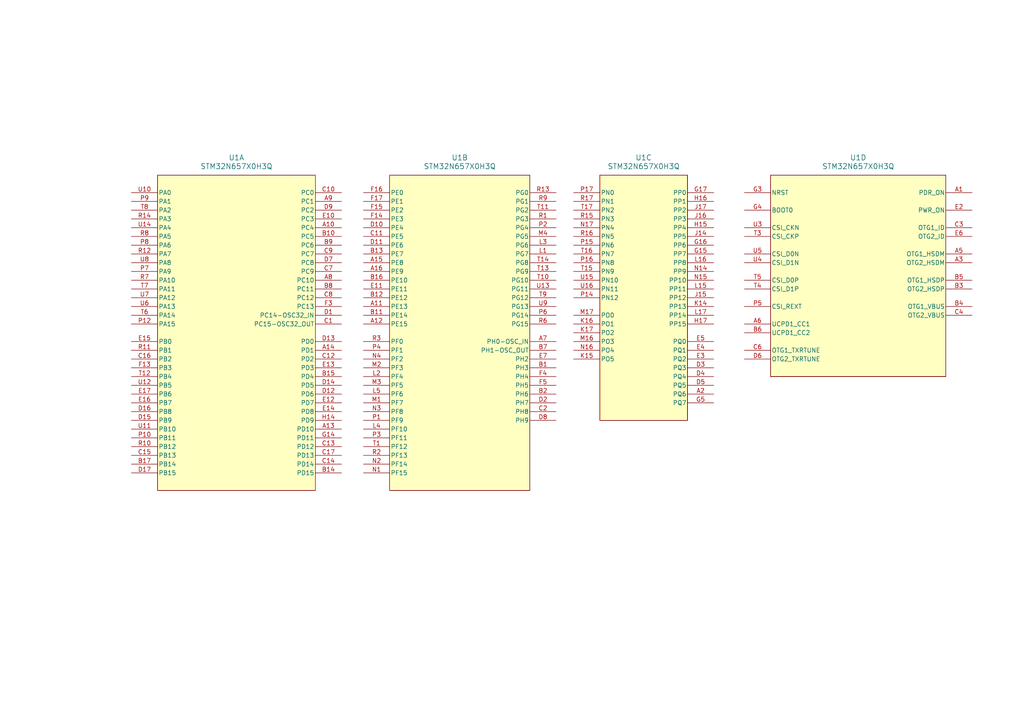
<source format=kicad_sch>
(kicad_sch (version 20250114) (generator "eeschema") (generator_version "9.0")
  (paper "A4")
  (lib_symbols
    (symbol "ecocad_lib_symbols:STM32N657X0H3Q" (pin_names (offset 0.254))
      (property "Reference" "U" (at 30.48 10.16 0))
      (property "Value" "STM32N657X0H3Q" (at 30.48 7.62 0))
      (symbol "STM32N657X0H3Q_1_1"
        (polyline (pts (xy 7.62 5.08) (xy 7.62 -86.36)))
        (rectangle (start 7.62 5.08) (end 53.34 -86.36) (fill (type background)))
        (polyline (pts (xy 7.62 -86.36) (xy 53.34 -86.36)))
        (polyline (pts (xy 53.34 5.08) (xy 7.62 5.08)))
        (polyline (pts (xy 53.34 -86.36) (xy 53.34 5.08)) (fill (type background)))
        (pin bidirectional line (at 0 0 0) (length 7.62) (name "PA0") (number "U10"))
        (pin bidirectional line (at 0 -2.54 0) (length 7.62) (name "PA1") (number "P9"))
        (pin bidirectional line (at 0 -5.08 0) (length 7.62) (name "PA2") (number "T8"))
        (pin bidirectional line (at 0 -7.62 0) (length 7.62) (name "PA3") (number "R14"))
        (pin bidirectional line (at 0 -10.16 0) (length 7.62) (name "PA4") (number "U14"))
        (pin bidirectional line (at 0 -12.7 0) (length 7.62) (name "PA5") (number "R8"))
        (pin bidirectional line (at 0 -15.24 0) (length 7.62) (name "PA6") (number "P8"))
        (pin bidirectional line (at 0 -17.78 0) (length 7.62) (name "PA7") (number "R12"))
        (pin bidirectional line (at 0 -20.32 0) (length 7.62) (name "PA8") (number "U8"))
        (pin bidirectional line (at 0 -22.86 0) (length 7.62) (name "PA9") (number "P7"))
        (pin bidirectional line (at 0 -25.4 0) (length 7.62) (name "PA10") (number "R7"))
        (pin bidirectional line (at 0 -27.94 0) (length 7.62) (name "PA11") (number "T7"))
        (pin bidirectional line (at 0 -30.48 0) (length 7.62) (name "PA12") (number "U7"))
        (pin bidirectional line (at 0 -33.02 0) (length 7.62) (name "PA13") (number "U6"))
        (pin bidirectional line (at 0 -35.56 0) (length 7.62) (name "PA14") (number "T6"))
        (pin bidirectional line (at 0 -38.1 0) (length 7.62) (name "PA15") (number "P12"))
        (pin bidirectional line (at 0 -43.18 0) (length 7.62) (name "PB0") (number "E15"))
        (pin bidirectional line (at 0 -45.72 0) (length 7.62) (name "PB1") (number "R11"))
        (pin bidirectional line (at 0 -48.26 0) (length 7.62) (name "PB2") (number "C16"))
        (pin bidirectional line (at 0 -50.8 0) (length 7.62) (name "PB3") (number "F13"))
        (pin bidirectional line (at 0 -53.34 0) (length 7.62) (name "PB4") (number "T12"))
        (pin bidirectional line (at 0 -55.88 0) (length 7.62) (name "PB5") (number "U12"))
        (pin bidirectional line (at 0 -58.42 0) (length 7.62) (name "PB6") (number "E17"))
        (pin bidirectional line (at 0 -60.96 0) (length 7.62) (name "PB7") (number "E16"))
        (pin bidirectional line (at 0 -63.5 0) (length 7.62) (name "PB8") (number "D16"))
        (pin bidirectional line (at 0 -66.04 0) (length 7.62) (name "PB9") (number "D15"))
        (pin bidirectional line (at 0 -68.58 0) (length 7.62) (name "PB10") (number "U11"))
        (pin bidirectional line (at 0 -71.12 0) (length 7.62) (name "PB11") (number "P10"))
        (pin bidirectional line (at 0 -73.66 0) (length 7.62) (name "PB12") (number "R10"))
        (pin bidirectional line (at 0 -76.2 0) (length 7.62) (name "PB13") (number "C15"))
        (pin bidirectional line (at 0 -78.74 0) (length 7.62) (name "PB14") (number "B17"))
        (pin bidirectional line (at 0 -81.28 0) (length 7.62) (name "PB15") (number "D17"))
        (pin bidirectional line (at 60.96 0 180) (length 7.62) (name "PC0") (number "C10"))
        (pin bidirectional line (at 60.96 -2.54 180) (length 7.62) (name "PC1") (number "A9"))
        (pin bidirectional line (at 60.96 -5.08 180) (length 7.62) (name "PC2") (number "D9"))
        (pin bidirectional line (at 60.96 -7.62 180) (length 7.62) (name "PC3") (number "E10"))
        (pin bidirectional line (at 60.96 -10.16 180) (length 7.62) (name "PC4") (number "A10"))
        (pin bidirectional line (at 60.96 -12.7 180) (length 7.62) (name "PC5") (number "B10"))
        (pin bidirectional line (at 60.96 -15.24 180) (length 7.62) (name "PC6") (number "B9"))
        (pin bidirectional line (at 60.96 -17.78 180) (length 7.62) (name "PC7") (number "C9"))
        (pin bidirectional line (at 60.96 -20.32 180) (length 7.62) (name "PC8") (number "D7"))
        (pin bidirectional line (at 60.96 -22.86 180) (length 7.62) (name "PC9") (number "C7"))
        (pin bidirectional line (at 60.96 -25.4 180) (length 7.62) (name "PC10") (number "A8"))
        (pin bidirectional line (at 60.96 -27.94 180) (length 7.62) (name "PC11") (number "B8"))
        (pin bidirectional line (at 60.96 -30.48 180) (length 7.62) (name "PC12") (number "C8"))
        (pin bidirectional line (at 60.96 -33.02 180) (length 7.62) (name "PC13") (number "F3"))
        (pin bidirectional line (at 60.96 -35.56 180) (length 7.62) (name "PC14-OSC32_IN") (number "D1"))
        (pin bidirectional line (at 60.96 -38.1 180) (length 7.62) (name "PC15-OSC32_OUT") (number "C1"))
        (pin bidirectional line (at 60.96 -43.18 180) (length 7.62) (name "PD0") (number "D13"))
        (pin bidirectional line (at 60.96 -45.72 180) (length 7.62) (name "PD1") (number "A14"))
        (pin bidirectional line (at 60.96 -48.26 180) (length 7.62) (name "PD2") (number "C12"))
        (pin bidirectional line (at 60.96 -50.8 180) (length 7.62) (name "PD3") (number "E13"))
        (pin bidirectional line (at 60.96 -53.34 180) (length 7.62) (name "PD4") (number "B15"))
        (pin bidirectional line (at 60.96 -55.88 180) (length 7.62) (name "PD5") (number "D14"))
        (pin bidirectional line (at 60.96 -58.42 180) (length 7.62) (name "PD6") (number "D12"))
        (pin bidirectional line (at 60.96 -60.96 180) (length 7.62) (name "PD7") (number "E12"))
        (pin bidirectional line (at 60.96 -63.5 180) (length 7.62) (name "PD8") (number "E14"))
        (pin bidirectional line (at 60.96 -66.04 180) (length 7.62) (name "PD9") (number "H14"))
        (pin bidirectional line (at 60.96 -68.58 180) (length 7.62) (name "PD10") (number "A13"))
        (pin bidirectional line (at 60.96 -71.12 180) (length 7.62) (name "PD11") (number "G14"))
        (pin bidirectional line (at 60.96 -73.66 180) (length 7.62) (name "PD12") (number "C13"))
        (pin bidirectional line (at 60.96 -76.2 180) (length 7.62) (name "PD13") (number "C17"))
        (pin bidirectional line (at 60.96 -78.74 180) (length 7.62) (name "PD14") (number "C14"))
        (pin bidirectional line (at 60.96 -81.28 180) (length 7.62) (name "PD15") (number "B14"))
      )
      (symbol "STM32N657X0H3Q_2_1"
        (polyline (pts (xy 7.62 5.08) (xy 7.62 -86.36)))
        (rectangle (start 7.62 5.08) (end 48.26 -86.36) (fill (type background)))
        (polyline (pts (xy 7.62 -86.36) (xy 48.26 -86.36)))
        (polyline (pts (xy 48.26 5.08) (xy 7.62 5.08)))
        (polyline (pts (xy 48.26 -86.36) (xy 48.26 5.08)) (fill (type background)))
        (pin bidirectional line (at 0 0 0) (length 7.62) (name "PE0") (number "F16"))
        (pin bidirectional line (at 0 -2.54 0) (length 7.62) (name "PE1") (number "F17"))
        (pin bidirectional line (at 0 -5.08 0) (length 7.62) (name "PE2") (number "F15"))
        (pin bidirectional line (at 0 -7.62 0) (length 7.62) (name "PE3") (number "F14"))
        (pin bidirectional line (at 0 -10.16 0) (length 7.62) (name "PE4") (number "D10"))
        (pin bidirectional line (at 0 -12.7 0) (length 7.62) (name "PE5") (number "C11"))
        (pin bidirectional line (at 0 -15.24 0) (length 7.62) (name "PE6") (number "D11"))
        (pin bidirectional line (at 0 -17.78 0) (length 7.62) (name "PE7") (number "B13"))
        (pin bidirectional line (at 0 -20.32 0) (length 7.62) (name "PE8") (number "A15"))
        (pin bidirectional line (at 0 -22.86 0) (length 7.62) (name "PE9") (number "A16"))
        (pin bidirectional line (at 0 -25.4 0) (length 7.62) (name "PE10") (number "B16"))
        (pin bidirectional line (at 0 -27.94 0) (length 7.62) (name "PE11") (number "E11"))
        (pin bidirectional line (at 0 -30.48 0) (length 7.62) (name "PE12") (number "B12"))
        (pin bidirectional line (at 0 -33.02 0) (length 7.62) (name "PE13") (number "A11"))
        (pin bidirectional line (at 0 -35.56 0) (length 7.62) (name "PE14") (number "B11"))
        (pin bidirectional line (at 0 -38.1 0) (length 7.62) (name "PE15") (number "A12"))
        (pin bidirectional line (at 0 -43.18 0) (length 7.62) (name "PF0") (number "R3"))
        (pin bidirectional line (at 0 -45.72 0) (length 7.62) (name "PF1") (number "P4"))
        (pin bidirectional line (at 0 -48.26 0) (length 7.62) (name "PF2") (number "N4"))
        (pin bidirectional line (at 0 -50.8 0) (length 7.62) (name "PF3") (number "M2"))
        (pin bidirectional line (at 0 -53.34 0) (length 7.62) (name "PF4") (number "L2"))
        (pin bidirectional line (at 0 -55.88 0) (length 7.62) (name "PF5") (number "M3"))
        (pin bidirectional line (at 0 -58.42 0) (length 7.62) (name "PF6") (number "L5"))
        (pin bidirectional line (at 0 -60.96 0) (length 7.62) (name "PF7") (number "M1"))
        (pin bidirectional line (at 0 -63.5 0) (length 7.62) (name "PF8") (number "N3"))
        (pin bidirectional line (at 0 -66.04 0) (length 7.62) (name "PF9") (number "P1"))
        (pin bidirectional line (at 0 -68.58 0) (length 7.62) (name "PF10") (number "L4"))
        (pin bidirectional line (at 0 -71.12 0) (length 7.62) (name "PF11") (number "P3"))
        (pin bidirectional line (at 0 -73.66 0) (length 7.62) (name "PF12") (number "T1"))
        (pin bidirectional line (at 0 -76.2 0) (length 7.62) (name "PF13") (number "R2"))
        (pin bidirectional line (at 0 -78.74 0) (length 7.62) (name "PF14") (number "N2"))
        (pin bidirectional line (at 0 -81.28 0) (length 7.62) (name "PF15") (number "N1"))
        (pin bidirectional line (at 55.88 0 180) (length 7.62) (name "PG0") (number "R13"))
        (pin bidirectional line (at 55.88 -2.54 180) (length 7.62) (name "PG1") (number "R9"))
        (pin bidirectional line (at 55.88 -5.08 180) (length 7.62) (name "PG2") (number "T11"))
        (pin bidirectional line (at 55.88 -7.62 180) (length 7.62) (name "PG3") (number "R1"))
        (pin bidirectional line (at 55.88 -10.16 180) (length 7.62) (name "PG4") (number "P2"))
        (pin bidirectional line (at 55.88 -12.7 180) (length 7.62) (name "PG5") (number "M4"))
        (pin bidirectional line (at 55.88 -15.24 180) (length 7.62) (name "PG6") (number "L3"))
        (pin bidirectional line (at 55.88 -17.78 180) (length 7.62) (name "PG7") (number "L1"))
        (pin bidirectional line (at 55.88 -20.32 180) (length 7.62) (name "PG8") (number "T14"))
        (pin bidirectional line (at 55.88 -22.86 180) (length 7.62) (name "PG9") (number "T13"))
        (pin bidirectional line (at 55.88 -25.4 180) (length 7.62) (name "PG10") (number "T10"))
        (pin bidirectional line (at 55.88 -27.94 180) (length 7.62) (name "PG11") (number "U13"))
        (pin bidirectional line (at 55.88 -30.48 180) (length 7.62) (name "PG12") (number "T9"))
        (pin bidirectional line (at 55.88 -33.02 180) (length 7.62) (name "PG13") (number "U9"))
        (pin bidirectional line (at 55.88 -35.56 180) (length 7.62) (name "PG14") (number "P6"))
        (pin bidirectional line (at 55.88 -38.1 180) (length 7.62) (name "PG15") (number "R6"))
        (pin bidirectional line (at 55.88 -43.18 180) (length 7.62) (name "PH0-OSC_IN") (number "A7"))
        (pin bidirectional line (at 55.88 -45.72 180) (length 7.62) (name "PH1-OSC_OUT") (number "B7"))
        (pin bidirectional line (at 55.88 -48.26 180) (length 7.62) (name "PH2") (number "E7"))
        (pin bidirectional line (at 55.88 -50.8 180) (length 7.62) (name "PH3") (number "B1"))
        (pin bidirectional line (at 55.88 -53.34 180) (length 7.62) (name "PH4") (number "F4"))
        (pin bidirectional line (at 55.88 -55.88 180) (length 7.62) (name "PH5") (number "F5"))
        (pin bidirectional line (at 55.88 -58.42 180) (length 7.62) (name "PH6") (number "B2"))
        (pin bidirectional line (at 55.88 -60.96 180) (length 7.62) (name "PH7") (number "D2"))
        (pin bidirectional line (at 55.88 -63.5 180) (length 7.62) (name "PH8") (number "C2"))
        (pin bidirectional line (at 55.88 -66.04 180) (length 7.62) (name "PH9") (number "D8"))
      )
      (symbol "STM32N657X0H3Q_3_1"
        (polyline (pts (xy 7.62 5.08) (xy 7.62 -66.04)))
        (rectangle (start 7.62 5.08) (end 33.02 -66.04) (fill (type background)))
        (polyline (pts (xy 7.62 -66.04) (xy 33.02 -66.04)))
        (polyline (pts (xy 33.02 5.08) (xy 7.62 5.08)))
        (polyline (pts (xy 33.02 -66.04) (xy 33.02 5.08)) (fill (type background)))
        (pin bidirectional line (at 0 0 0) (length 7.62) (name "PN0") (number "P17"))
        (pin bidirectional line (at 0 -2.54 0) (length 7.62) (name "PN1") (number "R17"))
        (pin bidirectional line (at 0 -5.08 0) (length 7.62) (name "PN2") (number "T17"))
        (pin bidirectional line (at 0 -7.62 0) (length 7.62) (name "PN3") (number "R15"))
        (pin bidirectional line (at 0 -10.16 0) (length 7.62) (name "PN4") (number "N17"))
        (pin bidirectional line (at 0 -12.7 0) (length 7.62) (name "PN5") (number "R16"))
        (pin bidirectional line (at 0 -15.24 0) (length 7.62) (name "PN6") (number "P15"))
        (pin bidirectional line (at 0 -17.78 0) (length 7.62) (name "PN7") (number "T16"))
        (pin bidirectional line (at 0 -20.32 0) (length 7.62) (name "PN8") (number "P16"))
        (pin bidirectional line (at 0 -22.86 0) (length 7.62) (name "PN9") (number "T15"))
        (pin bidirectional line (at 0 -25.4 0) (length 7.62) (name "PN10") (number "U15"))
        (pin bidirectional line (at 0 -27.94 0) (length 7.62) (name "PN11") (number "U16"))
        (pin bidirectional line (at 0 -30.48 0) (length 7.62) (name "PN12") (number "P14"))
        (pin bidirectional line (at 0 -35.56 0) (length 7.62) (name "PO0") (number "M17"))
        (pin bidirectional line (at 0 -38.1 0) (length 7.62) (name "PO1") (number "K16"))
        (pin bidirectional line (at 0 -40.64 0) (length 7.62) (name "PO2") (number "K17"))
        (pin bidirectional line (at 0 -43.18 0) (length 7.62) (name "PO3") (number "M16"))
        (pin bidirectional line (at 0 -45.72 0) (length 7.62) (name "PO4") (number "N16"))
        (pin bidirectional line (at 0 -48.26 0) (length 7.62) (name "PO5") (number "K15"))
        (pin bidirectional line (at 40.64 0 180) (length 7.62) (name "PP0") (number "G17"))
        (pin bidirectional line (at 40.64 -2.54 180) (length 7.62) (name "PP1") (number "H16"))
        (pin bidirectional line (at 40.64 -5.08 180) (length 7.62) (name "PP2") (number "J17"))
        (pin bidirectional line (at 40.64 -7.62 180) (length 7.62) (name "PP3") (number "J16"))
        (pin bidirectional line (at 40.64 -10.16 180) (length 7.62) (name "PP4") (number "H15"))
        (pin bidirectional line (at 40.64 -12.7 180) (length 7.62) (name "PP5") (number "J14"))
        (pin bidirectional line (at 40.64 -15.24 180) (length 7.62) (name "PP6") (number "G16"))
        (pin bidirectional line (at 40.64 -17.78 180) (length 7.62) (name "PP7") (number "G15"))
        (pin bidirectional line (at 40.64 -20.32 180) (length 7.62) (name "PP8") (number "L16"))
        (pin bidirectional line (at 40.64 -22.86 180) (length 7.62) (name "PP9") (number "N14"))
        (pin bidirectional line (at 40.64 -25.4 180) (length 7.62) (name "PP10") (number "N15"))
        (pin bidirectional line (at 40.64 -27.94 180) (length 7.62) (name "PP11") (number "L15"))
        (pin bidirectional line (at 40.64 -30.48 180) (length 7.62) (name "PP12") (number "J15"))
        (pin bidirectional line (at 40.64 -33.02 180) (length 7.62) (name "PP13") (number "K14"))
        (pin bidirectional line (at 40.64 -35.56 180) (length 7.62) (name "PP14") (number "L17"))
        (pin bidirectional line (at 40.64 -38.1 180) (length 7.62) (name "PP15") (number "H17"))
        (pin bidirectional line (at 40.64 -43.18 180) (length 7.62) (name "PQ0") (number "E5"))
        (pin bidirectional line (at 40.64 -45.72 180) (length 7.62) (name "PQ1") (number "E4"))
        (pin bidirectional line (at 40.64 -48.26 180) (length 7.62) (name "PQ2") (number "E3"))
        (pin bidirectional line (at 40.64 -50.8 180) (length 7.62) (name "PQ3") (number "D3"))
        (pin bidirectional line (at 40.64 -53.34 180) (length 7.62) (name "PQ4") (number "D4"))
        (pin bidirectional line (at 40.64 -55.88 180) (length 7.62) (name "PQ5") (number "D5"))
        (pin bidirectional line (at 40.64 -58.42 180) (length 7.62) (name "PQ6") (number "A2"))
        (pin bidirectional line (at 40.64 -60.96 180) (length 7.62) (name "PQ7") (number "G5"))
      )
      (symbol "STM32N657X0H3Q_4_1"
        (polyline (pts (xy 7.62 5.08) (xy 7.62 -53.34)))
        (rectangle (start 7.62 5.08) (end 58.42 -53.34) (fill (type background)))
        (polyline (pts (xy 7.62 -53.34) (xy 58.42 -53.34)))
        (polyline (pts (xy 58.42 5.08) (xy 7.62 5.08)))
        (polyline (pts (xy 58.42 -53.34) (xy 58.42 5.08)) (fill (type background)))
        (pin input line (at 0 0 0) (length 7.62) (name "NRST") (number "G3"))
        (pin input line (at 0 -5.08 0) (length 7.62) (name "BOOT0") (number "G4"))
        (pin input line (at 0 -10.16 0) (length 7.62) (name "CSI_CKN") (number "U3"))
        (pin input line (at 0 -12.7 0) (length 7.62) (name "CSI_CKP") (number "T3"))
        (pin input line (at 0 -17.78 0) (length 7.62) (name "CSI_D0N") (number "U5"))
        (pin input line (at 0 -20.32 0) (length 7.62) (name "CSI_D1N") (number "U4"))
        (pin input line (at 0 -25.4 0) (length 7.62) (name "CSI_D0P") (number "T5"))
        (pin input line (at 0 -27.94 0) (length 7.62) (name "CSI_D1P") (number "T4"))
        (pin bidirectional line (at 0 -33.02 0) (length 7.62) (name "CSI_REXT") (number "P5"))
        (pin bidirectional line (at 0 -38.1 0) (length 7.62) (name "UCPD1_CC1") (number "A6"))
        (pin bidirectional line (at 0 -40.64 0) (length 7.62) (name "UCPD1_CC2") (number "B6"))
        (pin bidirectional line (at 0 -45.72 0) (length 7.62) (name "OTG1_TXRTUNE") (number "C6"))
        (pin bidirectional line (at 0 -48.26 0) (length 7.62) (name "OTG2_TXRTUNE") (number "D6"))
        (pin input line (at 66.04 0 180) (length 7.62) (name "PDR_ON") (number "A1"))
        (pin input line (at 66.04 -5.08 180) (length 7.62) (name "PWR_ON") (number "E2"))
        (pin bidirectional line (at 66.04 -10.16 180) (length 7.62) (name "OTG1_ID") (number "C3"))
        (pin bidirectional line (at 66.04 -12.7 180) (length 7.62) (name "OTG2_ID") (number "E6"))
        (pin bidirectional line (at 66.04 -17.78 180) (length 7.62) (name "OTG1_HSDM") (number "A5"))
        (pin bidirectional line (at 66.04 -20.32 180) (length 7.62) (name "OTG2_HSDM") (number "A3"))
        (pin bidirectional line (at 66.04 -25.4 180) (length 7.62) (name "OTG1_HSDP") (number "B5"))
        (pin bidirectional line (at 66.04 -27.94 180) (length 7.62) (name "OTG2_HSDP") (number "B3"))
        (pin bidirectional line (at 66.04 -33.02 180) (length 7.62) (name "OTG1_VBUS") (number "B4"))
        (pin bidirectional line (at 66.04 -35.56 180) (length 7.62) (name "OTG2_VBUS") (number "C4"))
      )
      (symbol "STM32N657X0H3Q_5_1"
        (polyline (pts (xy 7.62 5.08) (xy 7.62 -129.54)))
        (rectangle (start 7.62 5.08) (end 48.26 -129.54) (fill (type background)))
        (polyline (pts (xy 7.62 -129.54) (xy 48.26 -129.54)))
        (polyline (pts (xy 48.26 5.08) (xy 7.62 5.08)))
        (polyline (pts (xy 48.26 -129.54) (xy 48.26 5.08)) (fill (type background)))
        (pin power_in line (at 0 0 0) (length 7.62) (name "VSS") (number "A17"))
        (pin power_in line (at 0 -2.54 0) (length 7.62) (name "VSS") (number "F7"))
        (pin power_in line (at 0 -5.08 0) (length 7.62) (name "VSS") (number "F10"))
        (pin power_in line (at 0 -7.62 0) (length 7.62) (name "VSS") (number "F11"))
        (pin power_in line (at 0 -10.16 0) (length 7.62) (name "VSS") (number "F12"))
        (pin power_in line (at 0 -12.7 0) (length 7.62) (name "VSS") (number "M8"))
        (pin power_in line (at 0 -15.24 0) (length 7.62) (name "VSS") (number "M10"))
        (pin power_in line (at 0 -17.78 0) (length 7.62) (name "VSS") (number "M12"))
        (pin power_in line (at 0 -20.32 0) (length 7.62) (name "VSS") (number "G12"))
        (pin power_in line (at 0 -22.86 0) (length 7.62) (name "VSS") (number "K12"))
        (pin power_in line (at 0 -25.4 0) (length 7.62) (name "VSS") (number "M13"))
        (pin power_in line (at 0 -27.94 0) (length 7.62) (name "VSS") (number "N5"))
        (pin power_in line (at 0 -30.48 0) (length 7.62) (name "VSS") (number "N7"))
        (pin power_in line (at 0 -33.02 0) (length 7.62) (name "VSS") (number "N9"))
        (pin power_in line (at 0 -35.56 0) (length 7.62) (name "VSS") (number "N11"))
        (pin power_in line (at 0 -38.1 0) (length 7.62) (name "VSS") (number "U1"))
        (pin power_in line (at 0 -40.64 0) (length 7.62) (name "VSS") (number "U17"))
        (pin power_in line (at 0 -45.72 0) (length 7.62) (name "VSSA") (number "M6"))
        (pin power_in line (at 0 -50.8 0) (length 7.62) (name "VSSAON") (number "G6"))
        (pin power_in line (at 0 -55.88 0) (length 7.62) (name "VSSAPMU") (number "F2"))
        (pin power_in line (at 0 -60.96 0) (length 7.62) (name "VSSSMPS") (number "H1"))
        (pin power_in line (at 0 -63.5 0) (length 7.62) (name "VSSSMPS") (number "H2"))
        (pin power_in line (at 0 -66.04 0) (length 7.62) (name "VSSSMPS") (number "H3"))
        (pin power_in line (at 0 -68.58 0) (length 7.62) (name "VSSSMPS") (number "H4"))
        (pin power_in line (at 0 -71.12 0) (length 7.62) (name "VSSSMPS") (number "H5"))
        (pin power_in line (at 0 -73.66 0) (length 7.62) (name "VSSSMPS") (number "H6"))
        (pin power_in line (at 0 -78.74 0) (length 7.62) (name "VBAT") (number "E1"))
        (pin power_in line (at 0 -83.82 0) (length 7.62) (name "VREF+") (number "U2"))
        (pin power_in line (at 0 -86.36 0) (length 7.62) (name "VREF-") (number "T2"))
        (pin power_in line (at 0 -91.44 0) (length 7.62) (name "V08CAP") (number "F1"))
        (pin power_in line (at 0 -96.52 0) (length 7.62) (name "VFBSMPS") (number "G2"))
        (pin power_in line (at 0 -101.6 0) (length 7.62) (name "VLXSMPS") (number "J1"))
        (pin power_in line (at 0 -104.14 0) (length 7.62) (name "VLXSMPS") (number "J2"))
        (pin power_in line (at 0 -106.68 0) (length 7.62) (name "VLXSMPS") (number "J3"))
        (pin power_in line (at 0 -109.22 0) (length 7.62) (name "VLXSMPS") (number "J4"))
        (pin power_in line (at 0 -111.76 0) (length 7.62) (name "VLXSMPS") (number "J5"))
        (pin power_in line (at 0 -114.3 0) (length 7.62) (name "VLXSMPS") (number "J6"))
        (pin power_in line (at 55.88 0 180) (length 7.62) (name "VDD") (number "G13"))
        (pin power_in line (at 55.88 -2.54 180) (length 7.62) (name "VDD") (number "H12"))
        (pin power_in line (at 55.88 -5.08 180) (length 7.62) (name "VDD") (number "H13"))
        (pin power_in line (at 55.88 -7.62 180) (length 7.62) (name "VDD") (number "J12"))
        (pin power_in line (at 55.88 -10.16 180) (length 7.62) (name "VDD") (number "J13"))
        (pin power_in line (at 55.88 -12.7 180) (length 7.62) (name "VDD") (number "K13"))
        (pin power_in line (at 55.88 -17.78 180) (length 7.62) (name "VDDIO2") (number "L13"))
        (pin power_in line (at 55.88 -20.32 180) (length 7.62) (name "VDDIO2") (number "L14"))
        (pin power_in line (at 55.88 -22.86 180) (length 7.62) (name "VDDIO2") (number "M14"))
        (pin power_in line (at 55.88 -25.4 180) (length 7.62) (name "VDDIO2") (number "M15"))
        (pin power_in line (at 55.88 -27.94 180) (length 7.62) (name "VDDIO3") (number "N13"))
        (pin power_in line (at 55.88 -30.48 180) (length 7.62) (name "VDDIO3") (number "P13"))
        (pin power_in line (at 55.88 -33.02 180) (length 7.62) (name "VDDIO4") (number "E8"))
        (pin power_in line (at 55.88 -35.56 180) (length 7.62) (name "VDDIO4") (number "F8"))
        (pin power_in line (at 55.88 -38.1 180) (length 7.62) (name "VDDIO5") (number "E9"))
        (pin power_in line (at 55.88 -40.64 180) (length 7.62) (name "VDDIO5") (number "F9"))
        (pin power_in line (at 55.88 -45.72 180) (length 7.62) (name "VDDCSI") (number "R4"))
        (pin power_in line (at 55.88 -50.8 180) (length 7.62) (name "VDDCORE") (number "L6"))
        (pin power_in line (at 55.88 -53.34 180) (length 7.62) (name "VDDCORE") (number "L12"))
        (pin power_in line (at 55.88 -55.88 180) (length 7.62) (name "VDDCORE") (number "M7"))
        (pin power_in line (at 55.88 -58.42 180) (length 7.62) (name "VDDCORE") (number "M9"))
        (pin power_in line (at 55.88 -60.96 180) (length 7.62) (name "VDDCORE") (number "M11"))
        (pin power_in line (at 55.88 -63.5 180) (length 7.62) (name "VDDCORE") (number "N8"))
        (pin power_in line (at 55.88 -66.04 180) (length 7.62) (name "VDDCORE") (number "N10"))
        (pin power_in line (at 55.88 -68.58 180) (length 7.62) (name "VDDCORE") (number "N12"))
        (pin power_in line (at 55.88 -71.12 180) (length 7.62) (name "VDDCORE") (number "P11"))
        (pin power_in line (at 55.88 -76.2 180) (length 7.62) (name "VDDSMPS") (number "K1"))
        (pin power_in line (at 55.88 -78.74 180) (length 7.62) (name "VDDSMPS") (number "K2"))
        (pin power_in line (at 55.88 -81.28 180) (length 7.62) (name "VDDSMPS") (number "K3"))
        (pin power_in line (at 55.88 -83.82 180) (length 7.62) (name "VDDSMPS") (number "K4"))
        (pin power_in line (at 55.88 -86.36 180) (length 7.62) (name "VDDSMPS") (number "K5"))
        (pin power_in line (at 55.88 -88.9 180) (length 7.62) (name "VDDSMPS") (number "K6"))
        (pin power_in line (at 55.88 -93.98 180) (length 7.62) (name "VDD33USB") (number "A4"))
        (pin power_in line (at 55.88 -99.06 180) (length 7.62) (name "VDDA18ADC") (number "N6"))
        (pin power_in line (at 55.88 -104.14 180) (length 7.62) (name "VDDA18AON") (number "F6"))
        (pin power_in line (at 55.88 -109.22 180) (length 7.62) (name "VDDA18CSI") (number "R5"))
        (pin power_in line (at 55.88 -114.3 180) (length 7.62) (name "VDDA18MPU") (number "G1"))
        (pin power_in line (at 55.88 -119.38 180) (length 7.62) (name "VDDA18PLL") (number "M5"))
        (pin power_in line (at 55.88 -124.46 180) (length 7.62) (name "VDDA18USB") (number "C5"))
      )
    )
  )
  (symbol (lib_id "ecocad_lib_symbols:STM32N657X0H3Q") (at 166.37 55.88 0) (unit 3)
    (property "Reference" "U1" (at 186.69 45.72 0) (effects (font (size 1.524 1.524))))
    (property "Value" "STM32N657X0H3Q" (at 186.69 48.26 0) (effects (font (size 1.524 1.524))))
    (property "Footprint" "VFBGA264_14X14_STM" (effects (hide yes)))
    (property "Datasheet" "STM32N657X0H3Q" (effects (hide yes)))
  )
  (symbol (lib_id "ecocad_lib_symbols:STM32N657X0H3Q") (at 215.9 55.88 0) (unit 4)
    (property "Reference" "U1" (at 248.92 45.72 0) (effects (font (size 1.524 1.524))))
    (property "Value" "STM32N657X0H3Q" (at 248.92 48.26 0) (effects (font (size 1.524 1.524))))
    (property "Footprint" "VFBGA264_14X14_STM" (effects (hide yes)))
    (property "Datasheet" "STM32N657X0H3Q" (effects (hide yes)))
  )
  (symbol (lib_id "ecocad_lib_symbols:STM32N657X0H3Q") (at 105.41 55.88 0) (unit 2)
    (property "Reference" "U1" (at 133.35 45.72 0) (effects (font (size 1.524 1.524))))
    (property "Value" "STM32N657X0H3Q" (at 133.35 48.26 0) (effects (font (size 1.524 1.524))))
    (property "Footprint" "VFBGA264_14X14_STM" (effects (hide yes)))
    (property "Datasheet" "STM32N657X0H3Q" (effects (hide yes)))
  )
  (symbol (lib_id "ecocad_lib_symbols:STM32N657X0H3Q") (at 38.1 55.88 0) (unit 1)
    (property "Reference" "U1" (at 68.58 45.72 0) (effects (font (size 1.524 1.524))))
    (property "Value" "STM32N657X0H3Q" (at 68.58 48.26 0) (effects (font (size 1.524 1.524))))
    (property "Footprint" "VFBGA264_14X14_STM" (effects (hide yes)))
    (property "Datasheet" "STM32N657X0H3Q" (effects (hide yes)))
  )
  (symbol (lib_id "ecocad_lib_symbols:STM32N657X0H3Q") (at 304.8 52.07 0) (unit 5)
    (property "Reference" "U1" (at 332.74 41.91 0) (effects (font (size 1.524 1.524))))
    (property "Value" "STM32N657X0H3Q" (at 332.74 44.45 0) (effects (font (size 1.524 1.524))))
    (property "Footprint" "VFBGA264_14X14_STM" (effects (hide yes)))
    (property "Datasheet" "STM32N657X0H3Q" (effects (hide yes)))
  )
)
</source>
